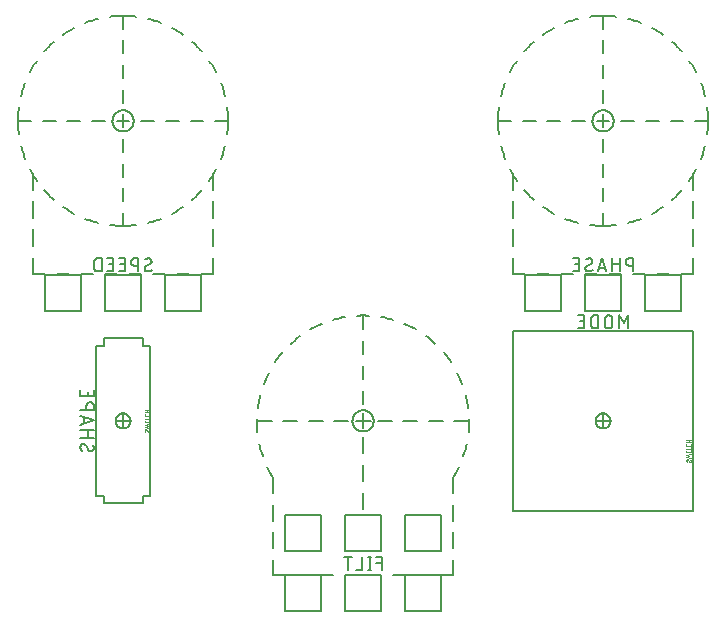
<source format=gbr>
G04 EAGLE Gerber RS-274X export*
G75*
%MOMM*%
%FSLAX34Y34*%
%LPD*%
%INSilkscreen Bottom*%
%IPPOS*%
%AMOC8*
5,1,8,0,0,1.08239X$1,22.5*%
G01*
%ADD10C,0.127000*%
%ADD11C,0.152400*%
%ADD12C,0.025400*%


D10*
X79920Y857250D02*
X79923Y857470D01*
X79931Y857691D01*
X79944Y857911D01*
X79963Y858130D01*
X79988Y858349D01*
X80017Y858568D01*
X80052Y858785D01*
X80093Y859002D01*
X80138Y859218D01*
X80189Y859432D01*
X80245Y859645D01*
X80307Y859857D01*
X80373Y860067D01*
X80445Y860275D01*
X80522Y860482D01*
X80604Y860686D01*
X80690Y860889D01*
X80782Y861089D01*
X80879Y861288D01*
X80980Y861483D01*
X81087Y861676D01*
X81198Y861867D01*
X81313Y862054D01*
X81433Y862239D01*
X81558Y862421D01*
X81687Y862599D01*
X81821Y862775D01*
X81958Y862947D01*
X82100Y863115D01*
X82246Y863281D01*
X82396Y863442D01*
X82550Y863600D01*
X82708Y863754D01*
X82869Y863904D01*
X83035Y864050D01*
X83203Y864192D01*
X83375Y864329D01*
X83551Y864463D01*
X83729Y864592D01*
X83911Y864717D01*
X84096Y864837D01*
X84283Y864952D01*
X84474Y865063D01*
X84667Y865170D01*
X84862Y865271D01*
X85061Y865368D01*
X85261Y865460D01*
X85464Y865546D01*
X85668Y865628D01*
X85875Y865705D01*
X86083Y865777D01*
X86293Y865843D01*
X86505Y865905D01*
X86718Y865961D01*
X86932Y866012D01*
X87148Y866057D01*
X87365Y866098D01*
X87582Y866133D01*
X87801Y866162D01*
X88020Y866187D01*
X88239Y866206D01*
X88459Y866219D01*
X88680Y866227D01*
X88900Y866230D01*
X89120Y866227D01*
X89341Y866219D01*
X89561Y866206D01*
X89780Y866187D01*
X89999Y866162D01*
X90218Y866133D01*
X90435Y866098D01*
X90652Y866057D01*
X90868Y866012D01*
X91082Y865961D01*
X91295Y865905D01*
X91507Y865843D01*
X91717Y865777D01*
X91925Y865705D01*
X92132Y865628D01*
X92336Y865546D01*
X92539Y865460D01*
X92739Y865368D01*
X92938Y865271D01*
X93133Y865170D01*
X93326Y865063D01*
X93517Y864952D01*
X93704Y864837D01*
X93889Y864717D01*
X94071Y864592D01*
X94249Y864463D01*
X94425Y864329D01*
X94597Y864192D01*
X94765Y864050D01*
X94931Y863904D01*
X95092Y863754D01*
X95250Y863600D01*
X95404Y863442D01*
X95554Y863281D01*
X95700Y863115D01*
X95842Y862947D01*
X95979Y862775D01*
X96113Y862599D01*
X96242Y862421D01*
X96367Y862239D01*
X96487Y862054D01*
X96602Y861867D01*
X96713Y861676D01*
X96820Y861483D01*
X96921Y861288D01*
X97018Y861089D01*
X97110Y860889D01*
X97196Y860686D01*
X97278Y860482D01*
X97355Y860275D01*
X97427Y860067D01*
X97493Y859857D01*
X97555Y859645D01*
X97611Y859432D01*
X97662Y859218D01*
X97707Y859002D01*
X97748Y858785D01*
X97783Y858568D01*
X97812Y858349D01*
X97837Y858130D01*
X97856Y857911D01*
X97869Y857691D01*
X97877Y857470D01*
X97880Y857250D01*
X97877Y857030D01*
X97869Y856809D01*
X97856Y856589D01*
X97837Y856370D01*
X97812Y856151D01*
X97783Y855932D01*
X97748Y855715D01*
X97707Y855498D01*
X97662Y855282D01*
X97611Y855068D01*
X97555Y854855D01*
X97493Y854643D01*
X97427Y854433D01*
X97355Y854225D01*
X97278Y854018D01*
X97196Y853814D01*
X97110Y853611D01*
X97018Y853411D01*
X96921Y853212D01*
X96820Y853017D01*
X96713Y852824D01*
X96602Y852633D01*
X96487Y852446D01*
X96367Y852261D01*
X96242Y852079D01*
X96113Y851901D01*
X95979Y851725D01*
X95842Y851553D01*
X95700Y851385D01*
X95554Y851219D01*
X95404Y851058D01*
X95250Y850900D01*
X95092Y850746D01*
X94931Y850596D01*
X94765Y850450D01*
X94597Y850308D01*
X94425Y850171D01*
X94249Y850037D01*
X94071Y849908D01*
X93889Y849783D01*
X93704Y849663D01*
X93517Y849548D01*
X93326Y849437D01*
X93133Y849330D01*
X92938Y849229D01*
X92739Y849132D01*
X92539Y849040D01*
X92336Y848954D01*
X92132Y848872D01*
X91925Y848795D01*
X91717Y848723D01*
X91507Y848657D01*
X91295Y848595D01*
X91082Y848539D01*
X90868Y848488D01*
X90652Y848443D01*
X90435Y848402D01*
X90218Y848367D01*
X89999Y848338D01*
X89780Y848313D01*
X89561Y848294D01*
X89341Y848281D01*
X89120Y848273D01*
X88900Y848270D01*
X88680Y848273D01*
X88459Y848281D01*
X88239Y848294D01*
X88020Y848313D01*
X87801Y848338D01*
X87582Y848367D01*
X87365Y848402D01*
X87148Y848443D01*
X86932Y848488D01*
X86718Y848539D01*
X86505Y848595D01*
X86293Y848657D01*
X86083Y848723D01*
X85875Y848795D01*
X85668Y848872D01*
X85464Y848954D01*
X85261Y849040D01*
X85061Y849132D01*
X84862Y849229D01*
X84667Y849330D01*
X84474Y849437D01*
X84283Y849548D01*
X84096Y849663D01*
X83911Y849783D01*
X83729Y849908D01*
X83551Y850037D01*
X83375Y850171D01*
X83203Y850308D01*
X83035Y850450D01*
X82869Y850596D01*
X82708Y850746D01*
X82550Y850900D01*
X82396Y851058D01*
X82246Y851219D01*
X82100Y851385D01*
X81958Y851553D01*
X81821Y851725D01*
X81687Y851901D01*
X81558Y852079D01*
X81433Y852261D01*
X81313Y852446D01*
X81198Y852633D01*
X81087Y852824D01*
X80980Y853017D01*
X80879Y853212D01*
X80782Y853411D01*
X80690Y853611D01*
X80604Y853814D01*
X80522Y854018D01*
X80445Y854225D01*
X80373Y854433D01*
X80307Y854643D01*
X80245Y854855D01*
X80189Y855068D01*
X80138Y855282D01*
X80093Y855498D01*
X80052Y855715D01*
X80017Y855932D01*
X79988Y856151D01*
X79963Y856370D01*
X79944Y856589D01*
X79931Y856809D01*
X79923Y857030D01*
X79920Y857250D01*
X0Y857250D02*
X20Y859146D01*
X81Y861041D01*
X182Y862935D01*
X323Y864826D01*
X505Y866713D01*
X727Y868597D01*
X2558Y878422D02*
X3029Y880259D01*
X3539Y882086D01*
X4088Y883901D01*
X4676Y885703D01*
X5302Y887493D01*
X5966Y889270D01*
X10084Y898376D02*
X10980Y900048D01*
X11910Y901700D01*
X12876Y903332D01*
X13876Y904943D01*
X14910Y906533D01*
X15978Y908100D01*
X22147Y915964D02*
X23414Y917374D01*
X24711Y918757D01*
X26038Y920112D01*
X27393Y921439D01*
X28776Y922736D01*
X30186Y924003D01*
X38050Y930172D02*
X39617Y931240D01*
X41207Y932274D01*
X42818Y933274D01*
X44450Y934240D01*
X46102Y935170D01*
X47774Y936066D01*
X56880Y940184D02*
X58657Y940848D01*
X60447Y941474D01*
X62249Y942062D01*
X64064Y942611D01*
X65891Y943121D01*
X67728Y943592D01*
X77553Y945423D02*
X79437Y945645D01*
X81324Y945827D01*
X83215Y945968D01*
X85109Y946069D01*
X87004Y946130D01*
X88900Y946150D01*
X90796Y946130D01*
X92691Y946069D01*
X94585Y945968D01*
X96476Y945827D01*
X98363Y945645D01*
X100247Y945423D01*
X110072Y943592D02*
X111909Y943121D01*
X113736Y942611D01*
X115551Y942062D01*
X117353Y941474D01*
X119143Y940848D01*
X120920Y940184D01*
X130026Y936066D02*
X131698Y935170D01*
X133350Y934240D01*
X134982Y933274D01*
X136593Y932274D01*
X138183Y931240D01*
X139750Y930172D01*
X147614Y924003D02*
X149024Y922736D01*
X150407Y921439D01*
X151762Y920112D01*
X153089Y918757D01*
X154386Y917374D01*
X155653Y915964D01*
X161822Y908100D02*
X162890Y906533D01*
X163924Y904943D01*
X164924Y903332D01*
X165890Y901700D01*
X166820Y900048D01*
X167716Y898376D01*
X171834Y889270D02*
X172498Y887493D01*
X173124Y885703D01*
X173712Y883901D01*
X174261Y882086D01*
X174771Y880259D01*
X175242Y878422D01*
X177073Y868597D02*
X177295Y866713D01*
X177477Y864826D01*
X177618Y862935D01*
X177719Y861041D01*
X177780Y859146D01*
X177800Y857250D01*
X177780Y855354D01*
X177719Y853458D01*
X177618Y851565D01*
X177477Y849674D01*
X177295Y847786D01*
X177073Y845903D01*
X175242Y836078D02*
X174771Y834241D01*
X174260Y832415D01*
X173711Y830600D01*
X173124Y828797D01*
X172498Y827007D01*
X171834Y825231D01*
X167715Y816124D02*
X166820Y814452D01*
X165890Y812800D01*
X164924Y811168D01*
X163924Y809557D01*
X162890Y807968D01*
X161822Y806401D01*
X155653Y798537D02*
X154386Y797126D01*
X153088Y795743D01*
X151762Y794388D01*
X150407Y793062D01*
X149024Y791764D01*
X147613Y790497D01*
X139749Y784328D02*
X138182Y783260D01*
X136593Y782226D01*
X134982Y781226D01*
X133350Y780260D01*
X131698Y779330D01*
X130026Y778435D01*
X120919Y774316D02*
X119143Y773652D01*
X117353Y773026D01*
X115550Y772439D01*
X113735Y771890D01*
X111909Y771379D01*
X110072Y770908D01*
X100247Y769077D02*
X98364Y768855D01*
X96476Y768673D01*
X94585Y768532D01*
X92692Y768431D01*
X90796Y768370D01*
X88900Y768350D01*
X87004Y768370D01*
X85108Y768431D01*
X83215Y768532D01*
X81324Y768673D01*
X79436Y768855D01*
X77553Y769077D01*
X67728Y770908D02*
X65891Y771379D01*
X64065Y771890D01*
X62250Y772439D01*
X60447Y773026D01*
X58657Y773652D01*
X56881Y774316D01*
X47774Y778435D02*
X46102Y779330D01*
X44450Y780260D01*
X42818Y781226D01*
X41207Y782226D01*
X39618Y783260D01*
X38051Y784328D01*
X30187Y790497D02*
X28776Y791764D01*
X27393Y793062D01*
X26038Y794388D01*
X24712Y795743D01*
X23414Y797126D01*
X22147Y798537D01*
X15978Y806401D02*
X14910Y807968D01*
X13876Y809557D01*
X12876Y811168D01*
X11910Y812800D01*
X10980Y814452D01*
X10085Y816124D01*
X5966Y825231D02*
X5302Y827007D01*
X4676Y828797D01*
X4089Y830600D01*
X3540Y832415D01*
X3029Y834241D01*
X2558Y836078D01*
X727Y845903D02*
X505Y847786D01*
X323Y849674D01*
X182Y851565D01*
X81Y853458D01*
X20Y855354D01*
X0Y857250D01*
X12700Y812800D02*
X12700Y799028D01*
X12700Y789028D02*
X12700Y775255D01*
X12700Y765255D02*
X12700Y751483D01*
X12700Y741483D02*
X12700Y727710D01*
X165100Y727710D02*
X165100Y741483D01*
X165100Y751483D02*
X165100Y765255D01*
X165100Y775255D02*
X165100Y789028D01*
X165100Y799028D02*
X165100Y812800D01*
X88900Y779217D02*
X88900Y768350D01*
X88900Y789217D02*
X88900Y800083D01*
X88900Y810083D02*
X88900Y820950D01*
X88900Y830950D02*
X88900Y841817D01*
X88900Y851817D02*
X88900Y862683D01*
X88900Y872683D02*
X88900Y883550D01*
X88900Y893550D02*
X88900Y904417D01*
X88900Y914417D02*
X88900Y925283D01*
X88900Y935283D02*
X88900Y946150D01*
X10867Y857250D02*
X0Y857250D01*
X20867Y857250D02*
X31733Y857250D01*
X41733Y857250D02*
X52600Y857250D01*
X62600Y857250D02*
X73467Y857250D01*
X83467Y857250D02*
X94333Y857250D01*
X104333Y857250D02*
X115200Y857250D01*
X125200Y857250D02*
X136067Y857250D01*
X146067Y857250D02*
X156933Y857250D01*
X166933Y857250D02*
X177800Y857250D01*
X23000Y727710D02*
X12700Y727710D01*
X33000Y727710D02*
X43300Y727710D01*
X53300Y727710D02*
X63600Y727710D01*
X73600Y727710D02*
X83900Y727710D01*
X93900Y727710D02*
X104200Y727710D01*
X114200Y727710D02*
X124500Y727710D01*
X134500Y727710D02*
X144800Y727710D01*
X154800Y727710D02*
X165100Y727710D01*
X53340Y726440D02*
X22860Y726440D01*
X73660Y726440D02*
X104140Y726440D01*
X124460Y726440D02*
X154940Y726440D01*
X22860Y726440D02*
X22860Y695960D01*
X53340Y695960D01*
X53340Y726440D01*
X73660Y726440D02*
X73660Y695960D01*
X104140Y695960D01*
X104140Y726440D01*
X124460Y726440D02*
X124460Y695960D01*
X154940Y695960D01*
X154940Y726440D01*
D11*
X109615Y729742D02*
X109517Y729744D01*
X109420Y729750D01*
X109323Y729759D01*
X109226Y729773D01*
X109130Y729790D01*
X109035Y729811D01*
X108941Y729835D01*
X108847Y729864D01*
X108755Y729896D01*
X108664Y729931D01*
X108575Y729970D01*
X108487Y730013D01*
X108401Y730059D01*
X108317Y730108D01*
X108235Y730161D01*
X108155Y730216D01*
X108077Y730275D01*
X108002Y730337D01*
X107929Y730402D01*
X107859Y730470D01*
X107791Y730540D01*
X107726Y730613D01*
X107664Y730688D01*
X107605Y730766D01*
X107550Y730846D01*
X107497Y730928D01*
X107448Y731012D01*
X107402Y731098D01*
X107359Y731186D01*
X107320Y731275D01*
X107285Y731366D01*
X107253Y731458D01*
X107224Y731552D01*
X107200Y731646D01*
X107179Y731741D01*
X107162Y731837D01*
X107148Y731934D01*
X107139Y732031D01*
X107133Y732128D01*
X107131Y732226D01*
X109615Y729742D02*
X109758Y729744D01*
X109901Y729750D01*
X110043Y729759D01*
X110185Y729773D01*
X110327Y729791D01*
X110468Y729812D01*
X110609Y729837D01*
X110749Y729866D01*
X110888Y729899D01*
X111026Y729935D01*
X111163Y729976D01*
X111299Y730020D01*
X111433Y730067D01*
X111567Y730119D01*
X111698Y730173D01*
X111829Y730232D01*
X111957Y730294D01*
X112084Y730359D01*
X112209Y730428D01*
X112333Y730501D01*
X112454Y730576D01*
X112573Y730655D01*
X112690Y730737D01*
X112804Y730823D01*
X112916Y730911D01*
X113026Y731002D01*
X113133Y731097D01*
X113238Y731194D01*
X113340Y731294D01*
X113030Y738434D02*
X113028Y738532D01*
X113022Y738629D01*
X113013Y738726D01*
X112999Y738823D01*
X112982Y738919D01*
X112961Y739014D01*
X112937Y739108D01*
X112908Y739202D01*
X112876Y739294D01*
X112841Y739385D01*
X112802Y739474D01*
X112759Y739562D01*
X112713Y739648D01*
X112664Y739732D01*
X112611Y739814D01*
X112556Y739894D01*
X112497Y739972D01*
X112435Y740047D01*
X112370Y740120D01*
X112302Y740190D01*
X112232Y740258D01*
X112159Y740323D01*
X112084Y740385D01*
X112006Y740444D01*
X111926Y740499D01*
X111844Y740552D01*
X111760Y740601D01*
X111674Y740647D01*
X111586Y740690D01*
X111497Y740729D01*
X111406Y740764D01*
X111314Y740796D01*
X111220Y740825D01*
X111126Y740849D01*
X111031Y740870D01*
X110935Y740887D01*
X110838Y740901D01*
X110741Y740910D01*
X110644Y740916D01*
X110546Y740918D01*
X110416Y740916D01*
X110286Y740911D01*
X110156Y740902D01*
X110026Y740889D01*
X109897Y740873D01*
X109768Y740853D01*
X109640Y740829D01*
X109512Y740802D01*
X109386Y740771D01*
X109260Y740737D01*
X109135Y740699D01*
X109012Y740658D01*
X108889Y740613D01*
X108768Y740565D01*
X108648Y740514D01*
X108530Y740459D01*
X108414Y740401D01*
X108299Y740340D01*
X108185Y740275D01*
X108074Y740208D01*
X107965Y740137D01*
X107857Y740063D01*
X107752Y739987D01*
X111788Y736261D02*
X111871Y736312D01*
X111952Y736366D01*
X112030Y736423D01*
X112106Y736483D01*
X112180Y736546D01*
X112251Y736612D01*
X112320Y736680D01*
X112386Y736751D01*
X112450Y736824D01*
X112510Y736900D01*
X112567Y736978D01*
X112622Y737059D01*
X112673Y737141D01*
X112721Y737225D01*
X112766Y737311D01*
X112808Y737399D01*
X112846Y737488D01*
X112880Y737578D01*
X112912Y737670D01*
X112939Y737763D01*
X112963Y737857D01*
X112984Y737952D01*
X113000Y738048D01*
X113013Y738144D01*
X113023Y738240D01*
X113028Y738337D01*
X113030Y738434D01*
X108374Y734399D02*
X108291Y734348D01*
X108210Y734294D01*
X108132Y734237D01*
X108056Y734177D01*
X107982Y734114D01*
X107911Y734048D01*
X107842Y733980D01*
X107776Y733909D01*
X107712Y733836D01*
X107652Y733760D01*
X107595Y733682D01*
X107540Y733601D01*
X107489Y733519D01*
X107441Y733435D01*
X107396Y733349D01*
X107354Y733261D01*
X107316Y733172D01*
X107282Y733082D01*
X107250Y732990D01*
X107223Y732897D01*
X107199Y732803D01*
X107178Y732708D01*
X107162Y732612D01*
X107149Y732516D01*
X107139Y732420D01*
X107134Y732323D01*
X107132Y732226D01*
X108373Y734399D02*
X111788Y736261D01*
X101699Y740918D02*
X101699Y729742D01*
X101699Y740918D02*
X98594Y740918D01*
X98483Y740916D01*
X98373Y740910D01*
X98262Y740900D01*
X98152Y740886D01*
X98043Y740869D01*
X97934Y740847D01*
X97826Y740822D01*
X97720Y740792D01*
X97614Y740759D01*
X97509Y740722D01*
X97406Y740682D01*
X97305Y740637D01*
X97205Y740590D01*
X97106Y740538D01*
X97010Y740483D01*
X96916Y740425D01*
X96824Y740364D01*
X96734Y740299D01*
X96646Y740231D01*
X96561Y740160D01*
X96479Y740086D01*
X96399Y740009D01*
X96322Y739929D01*
X96248Y739847D01*
X96177Y739762D01*
X96109Y739674D01*
X96044Y739584D01*
X95983Y739492D01*
X95925Y739398D01*
X95870Y739302D01*
X95818Y739203D01*
X95771Y739103D01*
X95726Y739002D01*
X95686Y738899D01*
X95649Y738794D01*
X95616Y738688D01*
X95586Y738582D01*
X95561Y738474D01*
X95539Y738365D01*
X95522Y738256D01*
X95508Y738146D01*
X95498Y738035D01*
X95492Y737925D01*
X95490Y737814D01*
X95492Y737703D01*
X95498Y737593D01*
X95508Y737482D01*
X95522Y737372D01*
X95539Y737263D01*
X95561Y737154D01*
X95586Y737046D01*
X95616Y736940D01*
X95649Y736834D01*
X95686Y736729D01*
X95726Y736626D01*
X95771Y736525D01*
X95818Y736425D01*
X95870Y736326D01*
X95925Y736230D01*
X95983Y736136D01*
X96044Y736044D01*
X96109Y735954D01*
X96177Y735866D01*
X96248Y735781D01*
X96322Y735699D01*
X96399Y735619D01*
X96479Y735542D01*
X96561Y735468D01*
X96646Y735397D01*
X96734Y735329D01*
X96824Y735264D01*
X96916Y735203D01*
X97010Y735145D01*
X97106Y735090D01*
X97205Y735038D01*
X97305Y734991D01*
X97406Y734946D01*
X97509Y734906D01*
X97614Y734869D01*
X97720Y734836D01*
X97826Y734806D01*
X97934Y734781D01*
X98043Y734759D01*
X98152Y734742D01*
X98262Y734728D01*
X98373Y734718D01*
X98483Y734712D01*
X98594Y734710D01*
X98594Y734709D02*
X101699Y734709D01*
X90452Y729742D02*
X85485Y729742D01*
X90452Y729742D02*
X90452Y740918D01*
X85485Y740918D01*
X86727Y735951D02*
X90452Y735951D01*
X80546Y729742D02*
X75579Y729742D01*
X80546Y729742D02*
X80546Y740918D01*
X75579Y740918D01*
X76821Y735951D02*
X80546Y735951D01*
X70668Y740918D02*
X70668Y729742D01*
X70668Y740918D02*
X67564Y740918D01*
X67453Y740916D01*
X67343Y740910D01*
X67232Y740900D01*
X67122Y740886D01*
X67013Y740869D01*
X66904Y740847D01*
X66796Y740822D01*
X66690Y740792D01*
X66584Y740759D01*
X66479Y740722D01*
X66376Y740682D01*
X66275Y740637D01*
X66175Y740590D01*
X66076Y740538D01*
X65980Y740483D01*
X65886Y740425D01*
X65794Y740364D01*
X65704Y740299D01*
X65616Y740231D01*
X65531Y740160D01*
X65449Y740086D01*
X65369Y740009D01*
X65292Y739929D01*
X65218Y739847D01*
X65147Y739762D01*
X65079Y739674D01*
X65014Y739584D01*
X64953Y739492D01*
X64895Y739398D01*
X64840Y739302D01*
X64788Y739203D01*
X64741Y739103D01*
X64696Y739002D01*
X64656Y738899D01*
X64619Y738794D01*
X64586Y738688D01*
X64556Y738582D01*
X64531Y738474D01*
X64509Y738365D01*
X64492Y738256D01*
X64478Y738146D01*
X64468Y738035D01*
X64462Y737925D01*
X64460Y737814D01*
X64460Y732846D01*
X64462Y732735D01*
X64468Y732625D01*
X64478Y732514D01*
X64492Y732404D01*
X64509Y732295D01*
X64531Y732186D01*
X64556Y732078D01*
X64586Y731972D01*
X64619Y731866D01*
X64656Y731761D01*
X64696Y731658D01*
X64741Y731557D01*
X64788Y731457D01*
X64840Y731358D01*
X64895Y731262D01*
X64953Y731168D01*
X65014Y731076D01*
X65079Y730986D01*
X65147Y730898D01*
X65218Y730813D01*
X65292Y730731D01*
X65369Y730651D01*
X65449Y730574D01*
X65531Y730500D01*
X65616Y730429D01*
X65704Y730361D01*
X65794Y730296D01*
X65886Y730235D01*
X65980Y730177D01*
X66076Y730122D01*
X66175Y730070D01*
X66275Y730023D01*
X66376Y729978D01*
X66479Y729938D01*
X66584Y729901D01*
X66690Y729868D01*
X66796Y729838D01*
X66904Y729813D01*
X67013Y729791D01*
X67122Y729774D01*
X67232Y729760D01*
X67343Y729750D01*
X67453Y729744D01*
X67564Y729742D01*
X70668Y729742D01*
D10*
X88900Y609600D02*
X88900Y596900D01*
X82550Y603250D02*
X95250Y603250D01*
D11*
X72390Y666750D02*
X66040Y666750D01*
X66040Y539750D01*
X72390Y539750D01*
X72390Y533400D01*
X105410Y533400D01*
X105410Y539750D01*
X111760Y539750D01*
X111760Y666750D01*
X105410Y666750D01*
X105410Y673100D01*
X72390Y673100D01*
X72390Y666750D01*
D10*
X82550Y603250D02*
X82552Y603409D01*
X82558Y603568D01*
X82568Y603726D01*
X82582Y603885D01*
X82600Y604043D01*
X82621Y604200D01*
X82647Y604357D01*
X82677Y604513D01*
X82710Y604669D01*
X82748Y604823D01*
X82789Y604977D01*
X82834Y605129D01*
X82883Y605280D01*
X82936Y605430D01*
X82992Y605579D01*
X83053Y605726D01*
X83116Y605871D01*
X83184Y606015D01*
X83255Y606158D01*
X83329Y606298D01*
X83407Y606436D01*
X83489Y606573D01*
X83574Y606707D01*
X83662Y606840D01*
X83753Y606970D01*
X83848Y607097D01*
X83946Y607222D01*
X84047Y607345D01*
X84151Y607465D01*
X84258Y607583D01*
X84368Y607698D01*
X84481Y607810D01*
X84596Y607919D01*
X84714Y608025D01*
X84835Y608129D01*
X84959Y608229D01*
X85084Y608326D01*
X85213Y608420D01*
X85343Y608510D01*
X85476Y608598D01*
X85611Y608682D01*
X85748Y608762D01*
X85887Y608840D01*
X86028Y608913D01*
X86170Y608983D01*
X86315Y609050D01*
X86461Y609113D01*
X86608Y609172D01*
X86757Y609228D01*
X86908Y609279D01*
X87059Y609327D01*
X87212Y609371D01*
X87366Y609412D01*
X87520Y609448D01*
X87676Y609481D01*
X87832Y609510D01*
X87989Y609534D01*
X88147Y609555D01*
X88305Y609572D01*
X88463Y609585D01*
X88622Y609594D01*
X88781Y609599D01*
X88940Y609600D01*
X89099Y609597D01*
X89257Y609590D01*
X89416Y609579D01*
X89574Y609564D01*
X89732Y609545D01*
X89889Y609522D01*
X90046Y609496D01*
X90202Y609465D01*
X90357Y609431D01*
X90511Y609392D01*
X90665Y609350D01*
X90817Y609304D01*
X90968Y609254D01*
X91117Y609200D01*
X91266Y609143D01*
X91412Y609082D01*
X91558Y609017D01*
X91701Y608949D01*
X91843Y608877D01*
X91983Y608801D01*
X92121Y608723D01*
X92257Y608640D01*
X92391Y608555D01*
X92522Y608466D01*
X92652Y608373D01*
X92779Y608278D01*
X92903Y608179D01*
X93026Y608077D01*
X93145Y607973D01*
X93262Y607865D01*
X93376Y607754D01*
X93487Y607641D01*
X93596Y607525D01*
X93701Y607406D01*
X93804Y607284D01*
X93903Y607160D01*
X94000Y607034D01*
X94093Y606905D01*
X94183Y606774D01*
X94269Y606640D01*
X94352Y606505D01*
X94432Y606367D01*
X94508Y606228D01*
X94581Y606087D01*
X94650Y605944D01*
X94716Y605799D01*
X94778Y605652D01*
X94836Y605505D01*
X94891Y605355D01*
X94942Y605205D01*
X94989Y605053D01*
X95032Y604900D01*
X95071Y604746D01*
X95107Y604591D01*
X95138Y604435D01*
X95166Y604279D01*
X95190Y604122D01*
X95210Y603964D01*
X95226Y603806D01*
X95238Y603647D01*
X95246Y603488D01*
X95250Y603329D01*
X95250Y603171D01*
X95246Y603012D01*
X95238Y602853D01*
X95226Y602694D01*
X95210Y602536D01*
X95190Y602378D01*
X95166Y602221D01*
X95138Y602065D01*
X95107Y601909D01*
X95071Y601754D01*
X95032Y601600D01*
X94989Y601447D01*
X94942Y601295D01*
X94891Y601145D01*
X94836Y600995D01*
X94778Y600848D01*
X94716Y600701D01*
X94650Y600556D01*
X94581Y600413D01*
X94508Y600272D01*
X94432Y600133D01*
X94352Y599995D01*
X94269Y599860D01*
X94183Y599726D01*
X94093Y599595D01*
X94000Y599466D01*
X93903Y599340D01*
X93804Y599216D01*
X93701Y599094D01*
X93596Y598975D01*
X93487Y598859D01*
X93376Y598746D01*
X93262Y598635D01*
X93145Y598527D01*
X93026Y598423D01*
X92903Y598321D01*
X92779Y598222D01*
X92652Y598127D01*
X92522Y598034D01*
X92391Y597945D01*
X92257Y597860D01*
X92121Y597777D01*
X91983Y597699D01*
X91843Y597623D01*
X91701Y597551D01*
X91558Y597483D01*
X91412Y597418D01*
X91266Y597357D01*
X91117Y597300D01*
X90968Y597246D01*
X90817Y597196D01*
X90665Y597150D01*
X90511Y597108D01*
X90357Y597069D01*
X90202Y597035D01*
X90046Y597004D01*
X89889Y596978D01*
X89732Y596955D01*
X89574Y596936D01*
X89416Y596921D01*
X89257Y596910D01*
X89099Y596903D01*
X88940Y596900D01*
X88781Y596901D01*
X88622Y596906D01*
X88463Y596915D01*
X88305Y596928D01*
X88147Y596945D01*
X87989Y596966D01*
X87832Y596990D01*
X87676Y597019D01*
X87520Y597052D01*
X87366Y597088D01*
X87212Y597129D01*
X87059Y597173D01*
X86908Y597221D01*
X86757Y597272D01*
X86608Y597328D01*
X86461Y597387D01*
X86315Y597450D01*
X86170Y597517D01*
X86028Y597587D01*
X85887Y597660D01*
X85748Y597738D01*
X85611Y597818D01*
X85476Y597902D01*
X85343Y597990D01*
X85213Y598080D01*
X85084Y598174D01*
X84959Y598271D01*
X84835Y598371D01*
X84714Y598475D01*
X84596Y598581D01*
X84481Y598690D01*
X84368Y598802D01*
X84258Y598917D01*
X84151Y599035D01*
X84047Y599155D01*
X83946Y599278D01*
X83848Y599403D01*
X83753Y599530D01*
X83662Y599660D01*
X83574Y599793D01*
X83489Y599927D01*
X83407Y600064D01*
X83329Y600202D01*
X83255Y600342D01*
X83184Y600485D01*
X83116Y600629D01*
X83053Y600774D01*
X82992Y600921D01*
X82936Y601070D01*
X82883Y601220D01*
X82834Y601371D01*
X82789Y601523D01*
X82748Y601677D01*
X82710Y601831D01*
X82677Y601987D01*
X82647Y602143D01*
X82621Y602300D01*
X82600Y602457D01*
X82582Y602615D01*
X82568Y602774D01*
X82558Y602932D01*
X82552Y603091D01*
X82550Y603250D01*
D12*
X107315Y595110D02*
X107317Y595168D01*
X107323Y595225D01*
X107333Y595282D01*
X107346Y595339D01*
X107364Y595394D01*
X107385Y595447D01*
X107410Y595500D01*
X107438Y595550D01*
X107470Y595598D01*
X107505Y595645D01*
X107543Y595688D01*
X107584Y595729D01*
X107627Y595767D01*
X107674Y595802D01*
X107722Y595834D01*
X107772Y595862D01*
X107825Y595887D01*
X107878Y595908D01*
X107933Y595926D01*
X107990Y595939D01*
X108047Y595949D01*
X108104Y595955D01*
X108162Y595957D01*
X107315Y595110D02*
X107317Y595027D01*
X107323Y594944D01*
X107332Y594862D01*
X107346Y594780D01*
X107363Y594699D01*
X107384Y594618D01*
X107409Y594539D01*
X107437Y594461D01*
X107469Y594384D01*
X107504Y594309D01*
X107543Y594236D01*
X107586Y594164D01*
X107631Y594095D01*
X107680Y594028D01*
X107732Y593963D01*
X107786Y593900D01*
X107844Y593840D01*
X110278Y593946D02*
X110333Y593948D01*
X110389Y593953D01*
X110443Y593962D01*
X110497Y593975D01*
X110550Y593991D01*
X110602Y594010D01*
X110653Y594033D01*
X110702Y594059D01*
X110749Y594089D01*
X110794Y594121D01*
X110836Y594156D01*
X110877Y594194D01*
X110915Y594235D01*
X110950Y594277D01*
X110982Y594322D01*
X111012Y594370D01*
X111038Y594418D01*
X111061Y594469D01*
X111080Y594521D01*
X111096Y594574D01*
X111109Y594628D01*
X111118Y594682D01*
X111123Y594738D01*
X111125Y594793D01*
X111126Y594793D02*
X111124Y594872D01*
X111118Y594950D01*
X111109Y595028D01*
X111095Y595105D01*
X111078Y595182D01*
X111056Y595258D01*
X111032Y595332D01*
X111003Y595406D01*
X110971Y595477D01*
X110935Y595547D01*
X110896Y595616D01*
X110854Y595682D01*
X110808Y595746D01*
X109537Y594369D02*
X109567Y594322D01*
X109600Y594277D01*
X109636Y594234D01*
X109674Y594194D01*
X109715Y594156D01*
X109758Y594121D01*
X109804Y594089D01*
X109851Y594059D01*
X109901Y594033D01*
X109952Y594010D01*
X110004Y593991D01*
X110057Y593975D01*
X110112Y593962D01*
X110167Y593953D01*
X110222Y593948D01*
X110278Y593946D01*
X108903Y595534D02*
X108873Y595581D01*
X108840Y595626D01*
X108804Y595669D01*
X108766Y595709D01*
X108725Y595747D01*
X108682Y595782D01*
X108636Y595814D01*
X108589Y595844D01*
X108539Y595870D01*
X108488Y595893D01*
X108436Y595912D01*
X108383Y595928D01*
X108328Y595941D01*
X108273Y595950D01*
X108218Y595955D01*
X108162Y595957D01*
X108903Y595534D02*
X109538Y594369D01*
X111125Y597229D02*
X107315Y598075D01*
X109855Y598922D01*
X107315Y599769D01*
X111125Y600615D01*
X111125Y602336D02*
X107315Y602336D01*
X107315Y602759D02*
X107315Y601912D01*
X111125Y601912D02*
X111125Y602759D01*
X111125Y605018D02*
X107315Y605018D01*
X111125Y603960D02*
X111125Y606076D01*
X107315Y608210D02*
X107315Y609057D01*
X107315Y608210D02*
X107317Y608155D01*
X107322Y608099D01*
X107331Y608045D01*
X107344Y607991D01*
X107360Y607938D01*
X107379Y607886D01*
X107402Y607835D01*
X107428Y607787D01*
X107458Y607739D01*
X107490Y607694D01*
X107525Y607652D01*
X107563Y607611D01*
X107604Y607573D01*
X107646Y607538D01*
X107691Y607506D01*
X107739Y607476D01*
X107787Y607450D01*
X107838Y607427D01*
X107890Y607408D01*
X107943Y607392D01*
X107997Y607379D01*
X108051Y607370D01*
X108107Y607365D01*
X108162Y607363D01*
X108162Y607364D02*
X110278Y607364D01*
X110278Y607363D02*
X110336Y607365D01*
X110393Y607371D01*
X110450Y607381D01*
X110507Y607394D01*
X110562Y607412D01*
X110615Y607433D01*
X110668Y607458D01*
X110718Y607486D01*
X110766Y607518D01*
X110813Y607553D01*
X110856Y607591D01*
X110897Y607632D01*
X110935Y607675D01*
X110970Y607722D01*
X111002Y607770D01*
X111030Y607820D01*
X111055Y607873D01*
X111076Y607926D01*
X111094Y607981D01*
X111107Y608038D01*
X111117Y608095D01*
X111123Y608152D01*
X111125Y608210D01*
X111125Y609057D01*
X111125Y610543D02*
X107315Y610543D01*
X109432Y610543D02*
X109432Y612660D01*
X111125Y612660D02*
X107315Y612660D01*
D10*
X55245Y583806D02*
X55145Y583804D01*
X55046Y583798D01*
X54946Y583788D01*
X54848Y583775D01*
X54749Y583757D01*
X54652Y583736D01*
X54556Y583711D01*
X54460Y583682D01*
X54366Y583649D01*
X54273Y583613D01*
X54182Y583573D01*
X54092Y583529D01*
X54004Y583482D01*
X53918Y583432D01*
X53834Y583378D01*
X53752Y583321D01*
X53673Y583261D01*
X53595Y583197D01*
X53521Y583131D01*
X53449Y583062D01*
X53380Y582990D01*
X53314Y582916D01*
X53250Y582838D01*
X53190Y582759D01*
X53133Y582677D01*
X53079Y582593D01*
X53029Y582507D01*
X52982Y582419D01*
X52938Y582329D01*
X52898Y582238D01*
X52862Y582145D01*
X52829Y582051D01*
X52800Y581955D01*
X52775Y581859D01*
X52754Y581762D01*
X52736Y581663D01*
X52723Y581565D01*
X52713Y581465D01*
X52707Y581366D01*
X52705Y581266D01*
X52707Y581125D01*
X52712Y580984D01*
X52722Y580843D01*
X52735Y580702D01*
X52751Y580562D01*
X52772Y580422D01*
X52796Y580283D01*
X52824Y580144D01*
X52855Y580007D01*
X52890Y579870D01*
X52928Y579734D01*
X52970Y579599D01*
X53016Y579466D01*
X53065Y579333D01*
X53118Y579202D01*
X53174Y579073D01*
X53233Y578944D01*
X53296Y578818D01*
X53362Y578693D01*
X53431Y578570D01*
X53504Y578449D01*
X53580Y578330D01*
X53659Y578212D01*
X53740Y578097D01*
X53825Y577985D01*
X53913Y577874D01*
X54004Y577766D01*
X54097Y577660D01*
X54194Y577557D01*
X54293Y577456D01*
X61595Y577774D02*
X61695Y577776D01*
X61794Y577782D01*
X61894Y577792D01*
X61992Y577805D01*
X62091Y577823D01*
X62188Y577844D01*
X62284Y577869D01*
X62380Y577898D01*
X62474Y577931D01*
X62567Y577967D01*
X62658Y578007D01*
X62748Y578051D01*
X62836Y578098D01*
X62922Y578148D01*
X63006Y578202D01*
X63088Y578259D01*
X63167Y578319D01*
X63245Y578383D01*
X63319Y578449D01*
X63391Y578518D01*
X63460Y578590D01*
X63526Y578664D01*
X63590Y578742D01*
X63650Y578821D01*
X63707Y578903D01*
X63761Y578987D01*
X63811Y579073D01*
X63858Y579161D01*
X63902Y579251D01*
X63942Y579342D01*
X63978Y579435D01*
X64011Y579529D01*
X64040Y579625D01*
X64065Y579721D01*
X64086Y579818D01*
X64104Y579917D01*
X64117Y580015D01*
X64127Y580115D01*
X64133Y580214D01*
X64135Y580314D01*
X64136Y580314D02*
X64134Y580447D01*
X64129Y580580D01*
X64119Y580713D01*
X64106Y580846D01*
X64089Y580978D01*
X64069Y581110D01*
X64045Y581241D01*
X64017Y581371D01*
X63986Y581501D01*
X63951Y581629D01*
X63912Y581757D01*
X63870Y581883D01*
X63824Y582008D01*
X63775Y582132D01*
X63723Y582255D01*
X63667Y582376D01*
X63607Y582495D01*
X63545Y582613D01*
X63479Y582728D01*
X63410Y582842D01*
X63337Y582954D01*
X63262Y583064D01*
X63183Y583172D01*
X59372Y579044D02*
X59424Y578960D01*
X59479Y578877D01*
X59538Y578797D01*
X59599Y578719D01*
X59663Y578644D01*
X59731Y578571D01*
X59801Y578500D01*
X59873Y578433D01*
X59948Y578368D01*
X60026Y578306D01*
X60106Y578247D01*
X60188Y578191D01*
X60272Y578139D01*
X60358Y578090D01*
X60446Y578044D01*
X60536Y578001D01*
X60627Y577962D01*
X60720Y577927D01*
X60814Y577895D01*
X60909Y577867D01*
X61005Y577842D01*
X61102Y577822D01*
X61200Y577804D01*
X61298Y577791D01*
X61397Y577782D01*
X61496Y577776D01*
X61595Y577774D01*
X57468Y582537D02*
X57416Y582621D01*
X57361Y582704D01*
X57302Y582784D01*
X57241Y582862D01*
X57177Y582937D01*
X57109Y583010D01*
X57039Y583081D01*
X56967Y583148D01*
X56892Y583213D01*
X56814Y583275D01*
X56734Y583334D01*
X56652Y583390D01*
X56568Y583442D01*
X56482Y583491D01*
X56394Y583537D01*
X56304Y583580D01*
X56213Y583619D01*
X56120Y583654D01*
X56026Y583686D01*
X55931Y583714D01*
X55835Y583739D01*
X55738Y583759D01*
X55640Y583777D01*
X55542Y583790D01*
X55443Y583799D01*
X55344Y583805D01*
X55245Y583807D01*
X57468Y582536D02*
X59373Y579044D01*
X64135Y588886D02*
X52705Y588886D01*
X59055Y588886D02*
X59055Y595236D01*
X64135Y595236D02*
X52705Y595236D01*
X52705Y600062D02*
X64135Y603872D01*
X52705Y607682D01*
X55563Y606730D02*
X55563Y601015D01*
X52705Y612699D02*
X64135Y612699D01*
X64135Y615874D01*
X64133Y615985D01*
X64127Y616095D01*
X64118Y616206D01*
X64104Y616316D01*
X64087Y616425D01*
X64066Y616534D01*
X64041Y616642D01*
X64012Y616749D01*
X63980Y616855D01*
X63944Y616960D01*
X63904Y617063D01*
X63861Y617165D01*
X63814Y617266D01*
X63763Y617365D01*
X63710Y617462D01*
X63653Y617556D01*
X63592Y617649D01*
X63529Y617740D01*
X63462Y617829D01*
X63392Y617915D01*
X63319Y617998D01*
X63244Y618080D01*
X63166Y618158D01*
X63084Y618233D01*
X63001Y618306D01*
X62915Y618376D01*
X62826Y618443D01*
X62735Y618506D01*
X62642Y618567D01*
X62548Y618624D01*
X62451Y618677D01*
X62352Y618728D01*
X62251Y618775D01*
X62149Y618818D01*
X62046Y618858D01*
X61941Y618894D01*
X61835Y618926D01*
X61728Y618955D01*
X61620Y618980D01*
X61511Y619001D01*
X61402Y619018D01*
X61292Y619032D01*
X61181Y619041D01*
X61071Y619047D01*
X60960Y619049D01*
X60849Y619047D01*
X60739Y619041D01*
X60628Y619032D01*
X60518Y619018D01*
X60409Y619001D01*
X60300Y618980D01*
X60192Y618955D01*
X60085Y618926D01*
X59979Y618894D01*
X59874Y618858D01*
X59771Y618818D01*
X59669Y618775D01*
X59568Y618728D01*
X59469Y618677D01*
X59372Y618624D01*
X59278Y618567D01*
X59185Y618506D01*
X59094Y618443D01*
X59005Y618376D01*
X58919Y618306D01*
X58836Y618233D01*
X58754Y618158D01*
X58676Y618080D01*
X58601Y617998D01*
X58528Y617915D01*
X58458Y617829D01*
X58391Y617740D01*
X58328Y617649D01*
X58267Y617556D01*
X58210Y617462D01*
X58157Y617365D01*
X58106Y617266D01*
X58059Y617165D01*
X58016Y617063D01*
X57976Y616960D01*
X57940Y616855D01*
X57908Y616749D01*
X57879Y616642D01*
X57854Y616534D01*
X57833Y616425D01*
X57816Y616316D01*
X57802Y616206D01*
X57793Y616095D01*
X57787Y615985D01*
X57785Y615874D01*
X57785Y612699D01*
X52705Y623964D02*
X52705Y629044D01*
X52705Y623964D02*
X64135Y623964D01*
X64135Y629044D01*
X59055Y627774D02*
X59055Y623964D01*
X283120Y603250D02*
X283123Y603470D01*
X283131Y603691D01*
X283144Y603911D01*
X283163Y604130D01*
X283188Y604349D01*
X283217Y604568D01*
X283252Y604785D01*
X283293Y605002D01*
X283338Y605218D01*
X283389Y605432D01*
X283445Y605645D01*
X283507Y605857D01*
X283573Y606067D01*
X283645Y606275D01*
X283722Y606482D01*
X283804Y606686D01*
X283890Y606889D01*
X283982Y607089D01*
X284079Y607288D01*
X284180Y607483D01*
X284287Y607676D01*
X284398Y607867D01*
X284513Y608054D01*
X284633Y608239D01*
X284758Y608421D01*
X284887Y608599D01*
X285021Y608775D01*
X285158Y608947D01*
X285300Y609115D01*
X285446Y609281D01*
X285596Y609442D01*
X285750Y609600D01*
X285908Y609754D01*
X286069Y609904D01*
X286235Y610050D01*
X286403Y610192D01*
X286575Y610329D01*
X286751Y610463D01*
X286929Y610592D01*
X287111Y610717D01*
X287296Y610837D01*
X287483Y610952D01*
X287674Y611063D01*
X287867Y611170D01*
X288062Y611271D01*
X288261Y611368D01*
X288461Y611460D01*
X288664Y611546D01*
X288868Y611628D01*
X289075Y611705D01*
X289283Y611777D01*
X289493Y611843D01*
X289705Y611905D01*
X289918Y611961D01*
X290132Y612012D01*
X290348Y612057D01*
X290565Y612098D01*
X290782Y612133D01*
X291001Y612162D01*
X291220Y612187D01*
X291439Y612206D01*
X291659Y612219D01*
X291880Y612227D01*
X292100Y612230D01*
X292320Y612227D01*
X292541Y612219D01*
X292761Y612206D01*
X292980Y612187D01*
X293199Y612162D01*
X293418Y612133D01*
X293635Y612098D01*
X293852Y612057D01*
X294068Y612012D01*
X294282Y611961D01*
X294495Y611905D01*
X294707Y611843D01*
X294917Y611777D01*
X295125Y611705D01*
X295332Y611628D01*
X295536Y611546D01*
X295739Y611460D01*
X295939Y611368D01*
X296138Y611271D01*
X296333Y611170D01*
X296526Y611063D01*
X296717Y610952D01*
X296904Y610837D01*
X297089Y610717D01*
X297271Y610592D01*
X297449Y610463D01*
X297625Y610329D01*
X297797Y610192D01*
X297965Y610050D01*
X298131Y609904D01*
X298292Y609754D01*
X298450Y609600D01*
X298604Y609442D01*
X298754Y609281D01*
X298900Y609115D01*
X299042Y608947D01*
X299179Y608775D01*
X299313Y608599D01*
X299442Y608421D01*
X299567Y608239D01*
X299687Y608054D01*
X299802Y607867D01*
X299913Y607676D01*
X300020Y607483D01*
X300121Y607288D01*
X300218Y607089D01*
X300310Y606889D01*
X300396Y606686D01*
X300478Y606482D01*
X300555Y606275D01*
X300627Y606067D01*
X300693Y605857D01*
X300755Y605645D01*
X300811Y605432D01*
X300862Y605218D01*
X300907Y605002D01*
X300948Y604785D01*
X300983Y604568D01*
X301012Y604349D01*
X301037Y604130D01*
X301056Y603911D01*
X301069Y603691D01*
X301077Y603470D01*
X301080Y603250D01*
X301077Y603030D01*
X301069Y602809D01*
X301056Y602589D01*
X301037Y602370D01*
X301012Y602151D01*
X300983Y601932D01*
X300948Y601715D01*
X300907Y601498D01*
X300862Y601282D01*
X300811Y601068D01*
X300755Y600855D01*
X300693Y600643D01*
X300627Y600433D01*
X300555Y600225D01*
X300478Y600018D01*
X300396Y599814D01*
X300310Y599611D01*
X300218Y599411D01*
X300121Y599212D01*
X300020Y599017D01*
X299913Y598824D01*
X299802Y598633D01*
X299687Y598446D01*
X299567Y598261D01*
X299442Y598079D01*
X299313Y597901D01*
X299179Y597725D01*
X299042Y597553D01*
X298900Y597385D01*
X298754Y597219D01*
X298604Y597058D01*
X298450Y596900D01*
X298292Y596746D01*
X298131Y596596D01*
X297965Y596450D01*
X297797Y596308D01*
X297625Y596171D01*
X297449Y596037D01*
X297271Y595908D01*
X297089Y595783D01*
X296904Y595663D01*
X296717Y595548D01*
X296526Y595437D01*
X296333Y595330D01*
X296138Y595229D01*
X295939Y595132D01*
X295739Y595040D01*
X295536Y594954D01*
X295332Y594872D01*
X295125Y594795D01*
X294917Y594723D01*
X294707Y594657D01*
X294495Y594595D01*
X294282Y594539D01*
X294068Y594488D01*
X293852Y594443D01*
X293635Y594402D01*
X293418Y594367D01*
X293199Y594338D01*
X292980Y594313D01*
X292761Y594294D01*
X292541Y594281D01*
X292320Y594273D01*
X292100Y594270D01*
X291880Y594273D01*
X291659Y594281D01*
X291439Y594294D01*
X291220Y594313D01*
X291001Y594338D01*
X290782Y594367D01*
X290565Y594402D01*
X290348Y594443D01*
X290132Y594488D01*
X289918Y594539D01*
X289705Y594595D01*
X289493Y594657D01*
X289283Y594723D01*
X289075Y594795D01*
X288868Y594872D01*
X288664Y594954D01*
X288461Y595040D01*
X288261Y595132D01*
X288062Y595229D01*
X287867Y595330D01*
X287674Y595437D01*
X287483Y595548D01*
X287296Y595663D01*
X287111Y595783D01*
X286929Y595908D01*
X286751Y596037D01*
X286575Y596171D01*
X286403Y596308D01*
X286235Y596450D01*
X286069Y596596D01*
X285908Y596746D01*
X285750Y596900D01*
X285596Y597058D01*
X285446Y597219D01*
X285300Y597385D01*
X285158Y597553D01*
X285021Y597725D01*
X284887Y597901D01*
X284758Y598079D01*
X284633Y598261D01*
X284513Y598446D01*
X284398Y598633D01*
X284287Y598824D01*
X284180Y599017D01*
X284079Y599212D01*
X283982Y599411D01*
X283890Y599611D01*
X283804Y599814D01*
X283722Y600018D01*
X283645Y600225D01*
X283573Y600433D01*
X283507Y600643D01*
X283445Y600855D01*
X283389Y601068D01*
X283338Y601282D01*
X283293Y601498D01*
X283252Y601715D01*
X283217Y601932D01*
X283188Y602151D01*
X283163Y602370D01*
X283144Y602589D01*
X283131Y602809D01*
X283123Y603030D01*
X283120Y603250D01*
X210795Y564350D02*
X211727Y562431D01*
X212703Y560534D01*
X213725Y558661D01*
X214791Y556812D01*
X215900Y554990D01*
X207049Y573616D02*
X206384Y575644D01*
X205768Y577686D01*
X205201Y579743D01*
X204682Y581812D01*
X204213Y583894D01*
X202677Y593770D02*
X202493Y595896D01*
X202358Y598025D01*
X202275Y600157D01*
X202242Y602290D01*
X202259Y604424D01*
X203016Y614389D02*
X203320Y616501D01*
X203675Y618605D01*
X204080Y620700D01*
X204534Y622784D01*
X205037Y624858D01*
X208046Y634389D02*
X208824Y636376D01*
X209649Y638343D01*
X210521Y640291D01*
X211438Y642217D01*
X212401Y644121D01*
X217503Y652715D02*
X218714Y654472D01*
X219966Y656199D01*
X221258Y657897D01*
X222591Y659563D01*
X223962Y661197D01*
X230890Y668402D02*
X232469Y669837D01*
X234082Y671234D01*
X235727Y672592D01*
X237405Y673911D01*
X239113Y675189D01*
X247500Y680625D02*
X249365Y681661D01*
X251253Y682654D01*
X253165Y683601D01*
X255099Y684502D01*
X257053Y685358D01*
X266460Y688738D02*
X268512Y689323D01*
X270577Y689858D01*
X272654Y690345D01*
X274742Y690782D01*
X276840Y691169D01*
X286769Y692316D02*
X288900Y692417D01*
X291033Y692468D01*
X293167Y692468D01*
X295300Y692417D01*
X297431Y692316D01*
X307360Y691169D02*
X309458Y690782D01*
X311546Y690345D01*
X313623Y689858D01*
X315688Y689323D01*
X317740Y688738D01*
X327147Y685358D02*
X329101Y684502D01*
X331035Y683601D01*
X332947Y682654D01*
X334835Y681661D01*
X336700Y680625D01*
X345087Y675189D02*
X346795Y673911D01*
X348473Y672592D01*
X350118Y671234D01*
X351731Y669837D01*
X353310Y668402D01*
X360238Y661197D02*
X361609Y659563D01*
X362942Y657897D01*
X364234Y656199D01*
X365486Y654472D01*
X366697Y652715D01*
X371799Y644121D02*
X372762Y642217D01*
X373679Y640291D01*
X374551Y638343D01*
X375376Y636376D01*
X376154Y634389D01*
X379163Y624858D02*
X379666Y622784D01*
X380120Y620700D01*
X380525Y618605D01*
X380880Y616501D01*
X381184Y614389D01*
X381941Y604424D02*
X381958Y602290D01*
X381925Y600157D01*
X381842Y598025D01*
X381707Y595896D01*
X381523Y593770D01*
X379987Y583894D02*
X379518Y581812D01*
X378999Y579743D01*
X378432Y577686D01*
X377816Y575644D01*
X377151Y573616D01*
X373405Y564350D02*
X372473Y562431D01*
X371497Y560534D01*
X370475Y558661D01*
X369409Y556812D01*
X368300Y554990D01*
X292100Y596900D02*
X292100Y609600D01*
X285750Y603250D02*
X298450Y603250D01*
X292100Y589280D02*
X292100Y575627D01*
X292100Y565627D02*
X292100Y551973D01*
X292100Y541973D02*
X292100Y528320D01*
X292100Y617220D02*
X292100Y628453D01*
X292100Y638453D02*
X292100Y649685D01*
X292100Y659685D02*
X292100Y670918D01*
X292100Y680918D02*
X292100Y692150D01*
X279400Y603250D02*
X267850Y603250D01*
X257850Y603250D02*
X246300Y603250D01*
X236300Y603250D02*
X224750Y603250D01*
X214750Y603250D02*
X203200Y603250D01*
X304800Y603250D02*
X316350Y603250D01*
X326350Y603250D02*
X337900Y603250D01*
X347900Y603250D02*
X359450Y603250D01*
X369450Y603250D02*
X381000Y603250D01*
X215900Y554990D02*
X215900Y541853D01*
X215900Y531853D02*
X215900Y518715D01*
X215900Y508715D02*
X215900Y495578D01*
X215900Y485578D02*
X215900Y472440D01*
X368300Y472440D02*
X368300Y485578D01*
X368300Y495578D02*
X368300Y508715D01*
X368300Y518715D02*
X368300Y531853D01*
X368300Y541853D02*
X368300Y554990D01*
X226200Y472440D02*
X215900Y472440D01*
X236200Y472440D02*
X246500Y472440D01*
X256500Y472440D02*
X266800Y472440D01*
X276800Y472440D02*
X287100Y472440D01*
X297100Y472440D02*
X307400Y472440D01*
X317400Y472440D02*
X327700Y472440D01*
X337700Y472440D02*
X348000Y472440D01*
X358000Y472440D02*
X368300Y472440D01*
X256540Y472440D02*
X256540Y441960D01*
X226060Y441960D01*
X226060Y472440D01*
X327660Y523240D02*
X358140Y523240D01*
X358140Y492760D01*
X327660Y492760D01*
X327660Y523240D01*
X307340Y472440D02*
X307340Y441960D01*
X276860Y441960D01*
X276860Y472440D01*
X358140Y472440D02*
X358140Y441960D01*
X327660Y441960D01*
X327660Y472440D01*
X256540Y523240D02*
X226060Y523240D01*
X256540Y523240D02*
X256540Y492760D01*
X226060Y492760D01*
X226060Y523240D01*
X276860Y523240D02*
X307340Y523240D01*
X307340Y492760D01*
X276860Y492760D01*
X276860Y523240D01*
X256540Y472440D02*
X226060Y472440D01*
X278130Y472440D02*
X307340Y472440D01*
X327660Y472440D02*
X358140Y472440D01*
D11*
X307954Y477012D02*
X307954Y488188D01*
X302987Y488188D01*
X302987Y483221D02*
X307954Y483221D01*
X297639Y488188D02*
X297639Y477012D01*
X298880Y477012D02*
X296397Y477012D01*
X296397Y488188D02*
X298880Y488188D01*
X291190Y488188D02*
X291190Y477012D01*
X286223Y477012D01*
X279351Y477012D02*
X279351Y488188D01*
X282455Y488188D02*
X276246Y488188D01*
D10*
X486320Y857250D02*
X486323Y857470D01*
X486331Y857691D01*
X486344Y857911D01*
X486363Y858130D01*
X486388Y858349D01*
X486417Y858568D01*
X486452Y858785D01*
X486493Y859002D01*
X486538Y859218D01*
X486589Y859432D01*
X486645Y859645D01*
X486707Y859857D01*
X486773Y860067D01*
X486845Y860275D01*
X486922Y860482D01*
X487004Y860686D01*
X487090Y860889D01*
X487182Y861089D01*
X487279Y861288D01*
X487380Y861483D01*
X487487Y861676D01*
X487598Y861867D01*
X487713Y862054D01*
X487833Y862239D01*
X487958Y862421D01*
X488087Y862599D01*
X488221Y862775D01*
X488358Y862947D01*
X488500Y863115D01*
X488646Y863281D01*
X488796Y863442D01*
X488950Y863600D01*
X489108Y863754D01*
X489269Y863904D01*
X489435Y864050D01*
X489603Y864192D01*
X489775Y864329D01*
X489951Y864463D01*
X490129Y864592D01*
X490311Y864717D01*
X490496Y864837D01*
X490683Y864952D01*
X490874Y865063D01*
X491067Y865170D01*
X491262Y865271D01*
X491461Y865368D01*
X491661Y865460D01*
X491864Y865546D01*
X492068Y865628D01*
X492275Y865705D01*
X492483Y865777D01*
X492693Y865843D01*
X492905Y865905D01*
X493118Y865961D01*
X493332Y866012D01*
X493548Y866057D01*
X493765Y866098D01*
X493982Y866133D01*
X494201Y866162D01*
X494420Y866187D01*
X494639Y866206D01*
X494859Y866219D01*
X495080Y866227D01*
X495300Y866230D01*
X495520Y866227D01*
X495741Y866219D01*
X495961Y866206D01*
X496180Y866187D01*
X496399Y866162D01*
X496618Y866133D01*
X496835Y866098D01*
X497052Y866057D01*
X497268Y866012D01*
X497482Y865961D01*
X497695Y865905D01*
X497907Y865843D01*
X498117Y865777D01*
X498325Y865705D01*
X498532Y865628D01*
X498736Y865546D01*
X498939Y865460D01*
X499139Y865368D01*
X499338Y865271D01*
X499533Y865170D01*
X499726Y865063D01*
X499917Y864952D01*
X500104Y864837D01*
X500289Y864717D01*
X500471Y864592D01*
X500649Y864463D01*
X500825Y864329D01*
X500997Y864192D01*
X501165Y864050D01*
X501331Y863904D01*
X501492Y863754D01*
X501650Y863600D01*
X501804Y863442D01*
X501954Y863281D01*
X502100Y863115D01*
X502242Y862947D01*
X502379Y862775D01*
X502513Y862599D01*
X502642Y862421D01*
X502767Y862239D01*
X502887Y862054D01*
X503002Y861867D01*
X503113Y861676D01*
X503220Y861483D01*
X503321Y861288D01*
X503418Y861089D01*
X503510Y860889D01*
X503596Y860686D01*
X503678Y860482D01*
X503755Y860275D01*
X503827Y860067D01*
X503893Y859857D01*
X503955Y859645D01*
X504011Y859432D01*
X504062Y859218D01*
X504107Y859002D01*
X504148Y858785D01*
X504183Y858568D01*
X504212Y858349D01*
X504237Y858130D01*
X504256Y857911D01*
X504269Y857691D01*
X504277Y857470D01*
X504280Y857250D01*
X504277Y857030D01*
X504269Y856809D01*
X504256Y856589D01*
X504237Y856370D01*
X504212Y856151D01*
X504183Y855932D01*
X504148Y855715D01*
X504107Y855498D01*
X504062Y855282D01*
X504011Y855068D01*
X503955Y854855D01*
X503893Y854643D01*
X503827Y854433D01*
X503755Y854225D01*
X503678Y854018D01*
X503596Y853814D01*
X503510Y853611D01*
X503418Y853411D01*
X503321Y853212D01*
X503220Y853017D01*
X503113Y852824D01*
X503002Y852633D01*
X502887Y852446D01*
X502767Y852261D01*
X502642Y852079D01*
X502513Y851901D01*
X502379Y851725D01*
X502242Y851553D01*
X502100Y851385D01*
X501954Y851219D01*
X501804Y851058D01*
X501650Y850900D01*
X501492Y850746D01*
X501331Y850596D01*
X501165Y850450D01*
X500997Y850308D01*
X500825Y850171D01*
X500649Y850037D01*
X500471Y849908D01*
X500289Y849783D01*
X500104Y849663D01*
X499917Y849548D01*
X499726Y849437D01*
X499533Y849330D01*
X499338Y849229D01*
X499139Y849132D01*
X498939Y849040D01*
X498736Y848954D01*
X498532Y848872D01*
X498325Y848795D01*
X498117Y848723D01*
X497907Y848657D01*
X497695Y848595D01*
X497482Y848539D01*
X497268Y848488D01*
X497052Y848443D01*
X496835Y848402D01*
X496618Y848367D01*
X496399Y848338D01*
X496180Y848313D01*
X495961Y848294D01*
X495741Y848281D01*
X495520Y848273D01*
X495300Y848270D01*
X495080Y848273D01*
X494859Y848281D01*
X494639Y848294D01*
X494420Y848313D01*
X494201Y848338D01*
X493982Y848367D01*
X493765Y848402D01*
X493548Y848443D01*
X493332Y848488D01*
X493118Y848539D01*
X492905Y848595D01*
X492693Y848657D01*
X492483Y848723D01*
X492275Y848795D01*
X492068Y848872D01*
X491864Y848954D01*
X491661Y849040D01*
X491461Y849132D01*
X491262Y849229D01*
X491067Y849330D01*
X490874Y849437D01*
X490683Y849548D01*
X490496Y849663D01*
X490311Y849783D01*
X490129Y849908D01*
X489951Y850037D01*
X489775Y850171D01*
X489603Y850308D01*
X489435Y850450D01*
X489269Y850596D01*
X489108Y850746D01*
X488950Y850900D01*
X488796Y851058D01*
X488646Y851219D01*
X488500Y851385D01*
X488358Y851553D01*
X488221Y851725D01*
X488087Y851901D01*
X487958Y852079D01*
X487833Y852261D01*
X487713Y852446D01*
X487598Y852633D01*
X487487Y852824D01*
X487380Y853017D01*
X487279Y853212D01*
X487182Y853411D01*
X487090Y853611D01*
X487004Y853814D01*
X486922Y854018D01*
X486845Y854225D01*
X486773Y854433D01*
X486707Y854643D01*
X486645Y854855D01*
X486589Y855068D01*
X486538Y855282D01*
X486493Y855498D01*
X486452Y855715D01*
X486417Y855932D01*
X486388Y856151D01*
X486363Y856370D01*
X486344Y856589D01*
X486331Y856809D01*
X486323Y857030D01*
X486320Y857250D01*
X406400Y857250D02*
X406420Y859146D01*
X406481Y861041D01*
X406582Y862935D01*
X406723Y864826D01*
X406905Y866713D01*
X407127Y868597D01*
X408958Y878422D02*
X409429Y880259D01*
X409939Y882086D01*
X410488Y883901D01*
X411076Y885703D01*
X411702Y887493D01*
X412366Y889270D01*
X416484Y898376D02*
X417380Y900048D01*
X418310Y901700D01*
X419276Y903332D01*
X420276Y904943D01*
X421310Y906533D01*
X422378Y908100D01*
X428547Y915964D02*
X429814Y917374D01*
X431111Y918757D01*
X432438Y920112D01*
X433793Y921439D01*
X435176Y922736D01*
X436586Y924003D01*
X444450Y930172D02*
X446017Y931240D01*
X447607Y932274D01*
X449218Y933274D01*
X450850Y934240D01*
X452502Y935170D01*
X454174Y936066D01*
X463280Y940184D02*
X465057Y940848D01*
X466847Y941474D01*
X468649Y942062D01*
X470464Y942611D01*
X472291Y943121D01*
X474128Y943592D01*
X483953Y945423D02*
X485837Y945645D01*
X487724Y945827D01*
X489615Y945968D01*
X491509Y946069D01*
X493404Y946130D01*
X495300Y946150D01*
X497196Y946130D01*
X499091Y946069D01*
X500985Y945968D01*
X502876Y945827D01*
X504763Y945645D01*
X506647Y945423D01*
X516472Y943592D02*
X518309Y943121D01*
X520136Y942611D01*
X521951Y942062D01*
X523753Y941474D01*
X525543Y940848D01*
X527320Y940184D01*
X536426Y936066D02*
X538098Y935170D01*
X539750Y934240D01*
X541382Y933274D01*
X542993Y932274D01*
X544583Y931240D01*
X546150Y930172D01*
X554014Y924003D02*
X555424Y922736D01*
X556807Y921439D01*
X558162Y920112D01*
X559489Y918757D01*
X560786Y917374D01*
X562053Y915964D01*
X568222Y908100D02*
X569290Y906533D01*
X570324Y904943D01*
X571324Y903332D01*
X572290Y901700D01*
X573220Y900048D01*
X574116Y898376D01*
X578234Y889270D02*
X578898Y887493D01*
X579524Y885703D01*
X580112Y883901D01*
X580661Y882086D01*
X581171Y880259D01*
X581642Y878422D01*
X583473Y868597D02*
X583695Y866713D01*
X583877Y864826D01*
X584018Y862935D01*
X584119Y861041D01*
X584180Y859146D01*
X584200Y857250D01*
X584180Y855354D01*
X584119Y853458D01*
X584018Y851565D01*
X583877Y849674D01*
X583695Y847786D01*
X583473Y845903D01*
X581642Y836078D02*
X581171Y834241D01*
X580660Y832415D01*
X580111Y830600D01*
X579524Y828797D01*
X578898Y827007D01*
X578234Y825231D01*
X574115Y816124D02*
X573220Y814452D01*
X572290Y812800D01*
X571324Y811168D01*
X570324Y809557D01*
X569290Y807968D01*
X568222Y806401D01*
X562053Y798537D02*
X560786Y797126D01*
X559488Y795743D01*
X558162Y794388D01*
X556807Y793062D01*
X555424Y791764D01*
X554013Y790497D01*
X546149Y784328D02*
X544582Y783260D01*
X542993Y782226D01*
X541382Y781226D01*
X539750Y780260D01*
X538098Y779330D01*
X536426Y778435D01*
X527319Y774316D02*
X525543Y773652D01*
X523753Y773026D01*
X521950Y772439D01*
X520135Y771890D01*
X518309Y771379D01*
X516472Y770908D01*
X506647Y769077D02*
X504764Y768855D01*
X502876Y768673D01*
X500985Y768532D01*
X499092Y768431D01*
X497196Y768370D01*
X495300Y768350D01*
X493404Y768370D01*
X491508Y768431D01*
X489615Y768532D01*
X487724Y768673D01*
X485836Y768855D01*
X483953Y769077D01*
X474128Y770908D02*
X472291Y771379D01*
X470465Y771890D01*
X468650Y772439D01*
X466847Y773026D01*
X465057Y773652D01*
X463281Y774316D01*
X454174Y778435D02*
X452502Y779330D01*
X450850Y780260D01*
X449218Y781226D01*
X447607Y782226D01*
X446018Y783260D01*
X444451Y784328D01*
X436587Y790497D02*
X435176Y791764D01*
X433793Y793062D01*
X432438Y794388D01*
X431112Y795743D01*
X429814Y797126D01*
X428547Y798537D01*
X422378Y806401D02*
X421310Y807968D01*
X420276Y809557D01*
X419276Y811168D01*
X418310Y812800D01*
X417380Y814452D01*
X416485Y816124D01*
X412366Y825231D02*
X411702Y827007D01*
X411076Y828797D01*
X410489Y830600D01*
X409940Y832415D01*
X409429Y834241D01*
X408958Y836078D01*
X407127Y845903D02*
X406905Y847786D01*
X406723Y849674D01*
X406582Y851565D01*
X406481Y853458D01*
X406420Y855354D01*
X406400Y857250D01*
X419100Y812800D02*
X419100Y799028D01*
X419100Y789028D02*
X419100Y775255D01*
X419100Y765255D02*
X419100Y751483D01*
X419100Y741483D02*
X419100Y727710D01*
X571500Y727710D02*
X571500Y741483D01*
X571500Y751483D02*
X571500Y765255D01*
X571500Y775255D02*
X571500Y789028D01*
X571500Y799028D02*
X571500Y812800D01*
X495300Y779217D02*
X495300Y768350D01*
X495300Y789217D02*
X495300Y800083D01*
X495300Y810083D02*
X495300Y820950D01*
X495300Y830950D02*
X495300Y841817D01*
X495300Y851817D02*
X495300Y862683D01*
X495300Y872683D02*
X495300Y883550D01*
X495300Y893550D02*
X495300Y904417D01*
X495300Y914417D02*
X495300Y925283D01*
X495300Y935283D02*
X495300Y946150D01*
X417267Y857250D02*
X406400Y857250D01*
X427267Y857250D02*
X438133Y857250D01*
X448133Y857250D02*
X459000Y857250D01*
X469000Y857250D02*
X479867Y857250D01*
X489867Y857250D02*
X500733Y857250D01*
X510733Y857250D02*
X521600Y857250D01*
X531600Y857250D02*
X542467Y857250D01*
X552467Y857250D02*
X563333Y857250D01*
X573333Y857250D02*
X584200Y857250D01*
X429400Y727710D02*
X419100Y727710D01*
X439400Y727710D02*
X449700Y727710D01*
X459700Y727710D02*
X470000Y727710D01*
X480000Y727710D02*
X490300Y727710D01*
X500300Y727710D02*
X510600Y727710D01*
X520600Y727710D02*
X530900Y727710D01*
X540900Y727710D02*
X551200Y727710D01*
X561200Y727710D02*
X571500Y727710D01*
X459740Y726440D02*
X429260Y726440D01*
X480060Y726440D02*
X510540Y726440D01*
X530860Y726440D02*
X561340Y726440D01*
X429260Y726440D02*
X429260Y695960D01*
X459740Y695960D01*
X459740Y726440D01*
X480060Y726440D02*
X480060Y695960D01*
X510540Y695960D01*
X510540Y726440D01*
X530860Y726440D02*
X530860Y695960D01*
X561340Y695960D01*
X561340Y726440D01*
D11*
X520552Y729742D02*
X520552Y740918D01*
X517447Y740918D01*
X517336Y740916D01*
X517226Y740910D01*
X517115Y740900D01*
X517005Y740886D01*
X516896Y740869D01*
X516787Y740847D01*
X516679Y740822D01*
X516573Y740792D01*
X516467Y740759D01*
X516362Y740722D01*
X516259Y740682D01*
X516158Y740637D01*
X516058Y740590D01*
X515959Y740538D01*
X515863Y740483D01*
X515769Y740425D01*
X515677Y740364D01*
X515587Y740299D01*
X515499Y740231D01*
X515414Y740160D01*
X515332Y740086D01*
X515252Y740009D01*
X515175Y739929D01*
X515101Y739847D01*
X515030Y739762D01*
X514962Y739674D01*
X514897Y739584D01*
X514836Y739492D01*
X514778Y739398D01*
X514723Y739302D01*
X514671Y739203D01*
X514624Y739103D01*
X514579Y739002D01*
X514539Y738899D01*
X514502Y738794D01*
X514469Y738688D01*
X514439Y738582D01*
X514414Y738474D01*
X514392Y738365D01*
X514375Y738256D01*
X514361Y738146D01*
X514351Y738035D01*
X514345Y737925D01*
X514343Y737814D01*
X514345Y737703D01*
X514351Y737593D01*
X514361Y737482D01*
X514375Y737372D01*
X514392Y737263D01*
X514414Y737154D01*
X514439Y737046D01*
X514469Y736940D01*
X514502Y736834D01*
X514539Y736729D01*
X514579Y736626D01*
X514624Y736525D01*
X514671Y736425D01*
X514723Y736326D01*
X514778Y736230D01*
X514836Y736136D01*
X514897Y736044D01*
X514962Y735954D01*
X515030Y735866D01*
X515101Y735781D01*
X515175Y735699D01*
X515252Y735619D01*
X515332Y735542D01*
X515414Y735468D01*
X515499Y735397D01*
X515587Y735329D01*
X515677Y735264D01*
X515769Y735203D01*
X515863Y735145D01*
X515959Y735090D01*
X516058Y735038D01*
X516158Y734991D01*
X516259Y734946D01*
X516362Y734906D01*
X516467Y734869D01*
X516573Y734836D01*
X516679Y734806D01*
X516787Y734781D01*
X516896Y734759D01*
X517005Y734742D01*
X517115Y734728D01*
X517226Y734718D01*
X517336Y734712D01*
X517447Y734710D01*
X517447Y734709D02*
X520552Y734709D01*
X509333Y729742D02*
X509333Y740918D01*
X509333Y735951D02*
X503125Y735951D01*
X503125Y740918D02*
X503125Y729742D01*
X498143Y729742D02*
X494418Y740918D01*
X490693Y729742D01*
X491624Y732536D02*
X497212Y732536D01*
X482748Y729742D02*
X482650Y729744D01*
X482553Y729750D01*
X482456Y729759D01*
X482359Y729773D01*
X482263Y729790D01*
X482168Y729811D01*
X482074Y729835D01*
X481980Y729864D01*
X481888Y729896D01*
X481797Y729931D01*
X481708Y729970D01*
X481620Y730013D01*
X481534Y730059D01*
X481450Y730108D01*
X481368Y730161D01*
X481288Y730216D01*
X481210Y730275D01*
X481135Y730337D01*
X481062Y730402D01*
X480992Y730470D01*
X480924Y730540D01*
X480859Y730613D01*
X480797Y730688D01*
X480738Y730766D01*
X480683Y730846D01*
X480630Y730928D01*
X480581Y731012D01*
X480535Y731098D01*
X480492Y731186D01*
X480453Y731275D01*
X480418Y731366D01*
X480386Y731458D01*
X480357Y731552D01*
X480333Y731646D01*
X480312Y731741D01*
X480295Y731837D01*
X480281Y731934D01*
X480272Y732031D01*
X480266Y732128D01*
X480264Y732226D01*
X482748Y729742D02*
X482891Y729744D01*
X483034Y729750D01*
X483176Y729759D01*
X483318Y729773D01*
X483460Y729791D01*
X483601Y729812D01*
X483742Y729837D01*
X483882Y729866D01*
X484021Y729899D01*
X484159Y729935D01*
X484296Y729976D01*
X484432Y730020D01*
X484566Y730067D01*
X484700Y730119D01*
X484831Y730173D01*
X484962Y730232D01*
X485090Y730294D01*
X485217Y730359D01*
X485342Y730428D01*
X485466Y730501D01*
X485587Y730576D01*
X485706Y730655D01*
X485823Y730737D01*
X485937Y730823D01*
X486049Y730911D01*
X486159Y731002D01*
X486266Y731097D01*
X486371Y731194D01*
X486473Y731294D01*
X486164Y738434D02*
X486162Y738532D01*
X486156Y738629D01*
X486147Y738726D01*
X486133Y738823D01*
X486116Y738919D01*
X486095Y739014D01*
X486071Y739108D01*
X486042Y739202D01*
X486010Y739294D01*
X485975Y739385D01*
X485936Y739474D01*
X485893Y739562D01*
X485847Y739648D01*
X485798Y739732D01*
X485745Y739814D01*
X485690Y739894D01*
X485631Y739972D01*
X485569Y740047D01*
X485504Y740120D01*
X485436Y740190D01*
X485366Y740258D01*
X485293Y740323D01*
X485218Y740385D01*
X485140Y740444D01*
X485060Y740499D01*
X484978Y740552D01*
X484894Y740601D01*
X484808Y740647D01*
X484720Y740690D01*
X484631Y740729D01*
X484540Y740764D01*
X484448Y740796D01*
X484354Y740825D01*
X484260Y740849D01*
X484165Y740870D01*
X484069Y740887D01*
X483972Y740901D01*
X483875Y740910D01*
X483778Y740916D01*
X483680Y740918D01*
X483550Y740916D01*
X483420Y740911D01*
X483290Y740902D01*
X483160Y740889D01*
X483031Y740873D01*
X482902Y740853D01*
X482774Y740829D01*
X482646Y740802D01*
X482520Y740771D01*
X482394Y740737D01*
X482269Y740699D01*
X482146Y740658D01*
X482023Y740613D01*
X481902Y740565D01*
X481782Y740514D01*
X481664Y740459D01*
X481548Y740401D01*
X481433Y740340D01*
X481319Y740275D01*
X481208Y740208D01*
X481099Y740137D01*
X480991Y740063D01*
X480886Y739987D01*
X484921Y736261D02*
X485004Y736312D01*
X485085Y736366D01*
X485163Y736423D01*
X485239Y736483D01*
X485313Y736546D01*
X485384Y736612D01*
X485453Y736680D01*
X485519Y736751D01*
X485583Y736824D01*
X485643Y736900D01*
X485700Y736978D01*
X485755Y737059D01*
X485806Y737141D01*
X485854Y737225D01*
X485899Y737311D01*
X485941Y737399D01*
X485979Y737488D01*
X486013Y737578D01*
X486045Y737670D01*
X486072Y737763D01*
X486096Y737857D01*
X486117Y737952D01*
X486133Y738048D01*
X486146Y738144D01*
X486156Y738240D01*
X486161Y738337D01*
X486163Y738434D01*
X481507Y734399D02*
X481424Y734348D01*
X481343Y734294D01*
X481265Y734237D01*
X481189Y734177D01*
X481115Y734114D01*
X481044Y734048D01*
X480975Y733980D01*
X480909Y733909D01*
X480845Y733836D01*
X480785Y733760D01*
X480728Y733682D01*
X480673Y733601D01*
X480622Y733519D01*
X480574Y733435D01*
X480529Y733349D01*
X480487Y733261D01*
X480449Y733172D01*
X480415Y733082D01*
X480383Y732990D01*
X480356Y732897D01*
X480332Y732803D01*
X480311Y732708D01*
X480295Y732612D01*
X480282Y732516D01*
X480272Y732420D01*
X480267Y732323D01*
X480265Y732226D01*
X481506Y734399D02*
X484921Y736261D01*
X475015Y729742D02*
X470048Y729742D01*
X475015Y729742D02*
X475015Y740918D01*
X470048Y740918D01*
X471290Y735951D02*
X475015Y735951D01*
X419100Y679450D02*
X571500Y679450D01*
X419100Y679450D02*
X419100Y527050D01*
X571500Y527050D01*
X571500Y679450D01*
D10*
X495300Y609600D02*
X495300Y596900D01*
X488950Y603250D02*
X501650Y603250D01*
X488950Y603250D02*
X488952Y603409D01*
X488958Y603568D01*
X488968Y603726D01*
X488982Y603885D01*
X489000Y604043D01*
X489021Y604200D01*
X489047Y604357D01*
X489077Y604513D01*
X489110Y604669D01*
X489148Y604823D01*
X489189Y604977D01*
X489234Y605129D01*
X489283Y605280D01*
X489336Y605430D01*
X489392Y605579D01*
X489453Y605726D01*
X489516Y605871D01*
X489584Y606015D01*
X489655Y606158D01*
X489729Y606298D01*
X489807Y606436D01*
X489889Y606573D01*
X489974Y606707D01*
X490062Y606840D01*
X490153Y606970D01*
X490248Y607097D01*
X490346Y607222D01*
X490447Y607345D01*
X490551Y607465D01*
X490658Y607583D01*
X490768Y607698D01*
X490881Y607810D01*
X490996Y607919D01*
X491114Y608025D01*
X491235Y608129D01*
X491359Y608229D01*
X491484Y608326D01*
X491613Y608420D01*
X491743Y608510D01*
X491876Y608598D01*
X492011Y608682D01*
X492148Y608762D01*
X492287Y608840D01*
X492428Y608913D01*
X492570Y608983D01*
X492715Y609050D01*
X492861Y609113D01*
X493008Y609172D01*
X493157Y609228D01*
X493308Y609279D01*
X493459Y609327D01*
X493612Y609371D01*
X493766Y609412D01*
X493920Y609448D01*
X494076Y609481D01*
X494232Y609510D01*
X494389Y609534D01*
X494547Y609555D01*
X494705Y609572D01*
X494863Y609585D01*
X495022Y609594D01*
X495181Y609599D01*
X495340Y609600D01*
X495499Y609597D01*
X495657Y609590D01*
X495816Y609579D01*
X495974Y609564D01*
X496132Y609545D01*
X496289Y609522D01*
X496446Y609496D01*
X496602Y609465D01*
X496757Y609431D01*
X496911Y609392D01*
X497065Y609350D01*
X497217Y609304D01*
X497368Y609254D01*
X497517Y609200D01*
X497666Y609143D01*
X497812Y609082D01*
X497958Y609017D01*
X498101Y608949D01*
X498243Y608877D01*
X498383Y608801D01*
X498521Y608723D01*
X498657Y608640D01*
X498791Y608555D01*
X498922Y608466D01*
X499052Y608373D01*
X499179Y608278D01*
X499303Y608179D01*
X499426Y608077D01*
X499545Y607973D01*
X499662Y607865D01*
X499776Y607754D01*
X499887Y607641D01*
X499996Y607525D01*
X500101Y607406D01*
X500204Y607284D01*
X500303Y607160D01*
X500400Y607034D01*
X500493Y606905D01*
X500583Y606774D01*
X500669Y606640D01*
X500752Y606505D01*
X500832Y606367D01*
X500908Y606228D01*
X500981Y606087D01*
X501050Y605944D01*
X501116Y605799D01*
X501178Y605652D01*
X501236Y605505D01*
X501291Y605355D01*
X501342Y605205D01*
X501389Y605053D01*
X501432Y604900D01*
X501471Y604746D01*
X501507Y604591D01*
X501538Y604435D01*
X501566Y604279D01*
X501590Y604122D01*
X501610Y603964D01*
X501626Y603806D01*
X501638Y603647D01*
X501646Y603488D01*
X501650Y603329D01*
X501650Y603171D01*
X501646Y603012D01*
X501638Y602853D01*
X501626Y602694D01*
X501610Y602536D01*
X501590Y602378D01*
X501566Y602221D01*
X501538Y602065D01*
X501507Y601909D01*
X501471Y601754D01*
X501432Y601600D01*
X501389Y601447D01*
X501342Y601295D01*
X501291Y601145D01*
X501236Y600995D01*
X501178Y600848D01*
X501116Y600701D01*
X501050Y600556D01*
X500981Y600413D01*
X500908Y600272D01*
X500832Y600133D01*
X500752Y599995D01*
X500669Y599860D01*
X500583Y599726D01*
X500493Y599595D01*
X500400Y599466D01*
X500303Y599340D01*
X500204Y599216D01*
X500101Y599094D01*
X499996Y598975D01*
X499887Y598859D01*
X499776Y598746D01*
X499662Y598635D01*
X499545Y598527D01*
X499426Y598423D01*
X499303Y598321D01*
X499179Y598222D01*
X499052Y598127D01*
X498922Y598034D01*
X498791Y597945D01*
X498657Y597860D01*
X498521Y597777D01*
X498383Y597699D01*
X498243Y597623D01*
X498101Y597551D01*
X497958Y597483D01*
X497812Y597418D01*
X497666Y597357D01*
X497517Y597300D01*
X497368Y597246D01*
X497217Y597196D01*
X497065Y597150D01*
X496911Y597108D01*
X496757Y597069D01*
X496602Y597035D01*
X496446Y597004D01*
X496289Y596978D01*
X496132Y596955D01*
X495974Y596936D01*
X495816Y596921D01*
X495657Y596910D01*
X495499Y596903D01*
X495340Y596900D01*
X495181Y596901D01*
X495022Y596906D01*
X494863Y596915D01*
X494705Y596928D01*
X494547Y596945D01*
X494389Y596966D01*
X494232Y596990D01*
X494076Y597019D01*
X493920Y597052D01*
X493766Y597088D01*
X493612Y597129D01*
X493459Y597173D01*
X493308Y597221D01*
X493157Y597272D01*
X493008Y597328D01*
X492861Y597387D01*
X492715Y597450D01*
X492570Y597517D01*
X492428Y597587D01*
X492287Y597660D01*
X492148Y597738D01*
X492011Y597818D01*
X491876Y597902D01*
X491743Y597990D01*
X491613Y598080D01*
X491484Y598174D01*
X491359Y598271D01*
X491235Y598371D01*
X491114Y598475D01*
X490996Y598581D01*
X490881Y598690D01*
X490768Y598802D01*
X490658Y598917D01*
X490551Y599035D01*
X490447Y599155D01*
X490346Y599278D01*
X490248Y599403D01*
X490153Y599530D01*
X490062Y599660D01*
X489974Y599793D01*
X489889Y599927D01*
X489807Y600064D01*
X489729Y600202D01*
X489655Y600342D01*
X489584Y600485D01*
X489516Y600629D01*
X489453Y600774D01*
X489392Y600921D01*
X489336Y601070D01*
X489283Y601220D01*
X489234Y601371D01*
X489189Y601523D01*
X489148Y601677D01*
X489110Y601831D01*
X489077Y601987D01*
X489047Y602143D01*
X489021Y602300D01*
X489000Y602457D01*
X488982Y602615D01*
X488968Y602774D01*
X488958Y602932D01*
X488952Y603091D01*
X488950Y603250D01*
D12*
X565785Y569710D02*
X565787Y569768D01*
X565793Y569825D01*
X565803Y569882D01*
X565816Y569939D01*
X565834Y569994D01*
X565855Y570047D01*
X565880Y570100D01*
X565908Y570150D01*
X565940Y570198D01*
X565975Y570245D01*
X566013Y570288D01*
X566054Y570329D01*
X566097Y570367D01*
X566144Y570402D01*
X566192Y570434D01*
X566242Y570462D01*
X566295Y570487D01*
X566348Y570508D01*
X566403Y570526D01*
X566460Y570539D01*
X566517Y570549D01*
X566574Y570555D01*
X566632Y570557D01*
X565785Y569710D02*
X565787Y569627D01*
X565793Y569544D01*
X565802Y569462D01*
X565816Y569380D01*
X565833Y569299D01*
X565854Y569218D01*
X565879Y569139D01*
X565907Y569061D01*
X565939Y568984D01*
X565974Y568909D01*
X566013Y568836D01*
X566056Y568764D01*
X566101Y568695D01*
X566150Y568628D01*
X566202Y568563D01*
X566256Y568500D01*
X566314Y568440D01*
X568748Y568546D02*
X568803Y568548D01*
X568859Y568553D01*
X568913Y568562D01*
X568967Y568575D01*
X569020Y568591D01*
X569072Y568610D01*
X569123Y568633D01*
X569172Y568659D01*
X569219Y568689D01*
X569264Y568721D01*
X569306Y568756D01*
X569347Y568794D01*
X569385Y568835D01*
X569420Y568877D01*
X569452Y568922D01*
X569482Y568970D01*
X569508Y569018D01*
X569531Y569069D01*
X569550Y569121D01*
X569566Y569174D01*
X569579Y569228D01*
X569588Y569282D01*
X569593Y569338D01*
X569595Y569393D01*
X569596Y569393D02*
X569594Y569472D01*
X569588Y569550D01*
X569579Y569628D01*
X569565Y569705D01*
X569548Y569782D01*
X569526Y569858D01*
X569502Y569932D01*
X569473Y570006D01*
X569441Y570077D01*
X569405Y570147D01*
X569366Y570216D01*
X569324Y570282D01*
X569278Y570346D01*
X568007Y568969D02*
X568037Y568922D01*
X568070Y568877D01*
X568106Y568834D01*
X568144Y568794D01*
X568185Y568756D01*
X568228Y568721D01*
X568274Y568689D01*
X568321Y568659D01*
X568371Y568633D01*
X568422Y568610D01*
X568474Y568591D01*
X568527Y568575D01*
X568582Y568562D01*
X568637Y568553D01*
X568692Y568548D01*
X568748Y568546D01*
X567373Y570134D02*
X567343Y570181D01*
X567310Y570226D01*
X567274Y570269D01*
X567236Y570309D01*
X567195Y570347D01*
X567152Y570382D01*
X567106Y570414D01*
X567059Y570444D01*
X567009Y570470D01*
X566958Y570493D01*
X566906Y570512D01*
X566853Y570528D01*
X566798Y570541D01*
X566743Y570550D01*
X566688Y570555D01*
X566632Y570557D01*
X567373Y570134D02*
X568008Y568969D01*
X569595Y571829D02*
X565785Y572675D01*
X568325Y573522D01*
X565785Y574369D01*
X569595Y575215D01*
X569595Y576936D02*
X565785Y576936D01*
X565785Y577359D02*
X565785Y576512D01*
X569595Y576512D02*
X569595Y577359D01*
X569595Y579618D02*
X565785Y579618D01*
X569595Y578560D02*
X569595Y580676D01*
X565785Y582810D02*
X565785Y583657D01*
X565785Y582810D02*
X565787Y582755D01*
X565792Y582699D01*
X565801Y582645D01*
X565814Y582591D01*
X565830Y582538D01*
X565849Y582486D01*
X565872Y582435D01*
X565898Y582387D01*
X565928Y582339D01*
X565960Y582294D01*
X565995Y582252D01*
X566033Y582211D01*
X566074Y582173D01*
X566116Y582138D01*
X566161Y582106D01*
X566209Y582076D01*
X566257Y582050D01*
X566308Y582027D01*
X566360Y582008D01*
X566413Y581992D01*
X566467Y581979D01*
X566521Y581970D01*
X566577Y581965D01*
X566632Y581963D01*
X566632Y581964D02*
X568748Y581964D01*
X568748Y581963D02*
X568806Y581965D01*
X568863Y581971D01*
X568920Y581981D01*
X568977Y581994D01*
X569032Y582012D01*
X569085Y582033D01*
X569138Y582058D01*
X569188Y582086D01*
X569236Y582118D01*
X569283Y582153D01*
X569326Y582191D01*
X569367Y582232D01*
X569405Y582275D01*
X569440Y582322D01*
X569472Y582370D01*
X569500Y582420D01*
X569525Y582473D01*
X569546Y582526D01*
X569564Y582581D01*
X569577Y582638D01*
X569587Y582695D01*
X569593Y582752D01*
X569595Y582810D01*
X569595Y583657D01*
X569595Y585143D02*
X565785Y585143D01*
X567902Y585143D02*
X567902Y587260D01*
X569595Y587260D02*
X565785Y587260D01*
D11*
X516396Y681482D02*
X516396Y692658D01*
X512671Y686449D01*
X508945Y692658D01*
X508945Y681482D01*
X503202Y684586D02*
X503202Y689554D01*
X503200Y689665D01*
X503194Y689775D01*
X503184Y689886D01*
X503170Y689996D01*
X503153Y690105D01*
X503131Y690214D01*
X503106Y690322D01*
X503076Y690428D01*
X503043Y690534D01*
X503006Y690639D01*
X502966Y690742D01*
X502921Y690843D01*
X502874Y690943D01*
X502822Y691042D01*
X502767Y691138D01*
X502709Y691232D01*
X502648Y691324D01*
X502583Y691414D01*
X502515Y691502D01*
X502444Y691587D01*
X502370Y691669D01*
X502293Y691749D01*
X502213Y691826D01*
X502131Y691900D01*
X502046Y691971D01*
X501958Y692039D01*
X501868Y692104D01*
X501776Y692165D01*
X501682Y692223D01*
X501586Y692278D01*
X501487Y692330D01*
X501387Y692377D01*
X501286Y692422D01*
X501183Y692462D01*
X501078Y692499D01*
X500972Y692532D01*
X500866Y692562D01*
X500758Y692587D01*
X500649Y692609D01*
X500540Y692626D01*
X500430Y692640D01*
X500319Y692650D01*
X500209Y692656D01*
X500098Y692658D01*
X499987Y692656D01*
X499877Y692650D01*
X499766Y692640D01*
X499656Y692626D01*
X499547Y692609D01*
X499438Y692587D01*
X499330Y692562D01*
X499224Y692532D01*
X499118Y692499D01*
X499013Y692462D01*
X498910Y692422D01*
X498809Y692377D01*
X498709Y692330D01*
X498610Y692278D01*
X498514Y692223D01*
X498420Y692165D01*
X498328Y692104D01*
X498238Y692039D01*
X498150Y691971D01*
X498065Y691900D01*
X497983Y691826D01*
X497903Y691749D01*
X497826Y691669D01*
X497752Y691587D01*
X497681Y691502D01*
X497613Y691414D01*
X497548Y691324D01*
X497487Y691232D01*
X497429Y691138D01*
X497374Y691042D01*
X497322Y690943D01*
X497275Y690843D01*
X497230Y690742D01*
X497190Y690639D01*
X497153Y690534D01*
X497120Y690428D01*
X497090Y690322D01*
X497065Y690214D01*
X497043Y690105D01*
X497026Y689996D01*
X497012Y689886D01*
X497002Y689775D01*
X496996Y689665D01*
X496994Y689554D01*
X496993Y689554D02*
X496993Y684586D01*
X496994Y684586D02*
X496996Y684475D01*
X497002Y684365D01*
X497012Y684254D01*
X497026Y684144D01*
X497043Y684035D01*
X497065Y683926D01*
X497090Y683818D01*
X497120Y683712D01*
X497153Y683606D01*
X497190Y683501D01*
X497230Y683398D01*
X497275Y683297D01*
X497322Y683197D01*
X497374Y683098D01*
X497429Y683002D01*
X497487Y682908D01*
X497548Y682816D01*
X497613Y682726D01*
X497681Y682638D01*
X497752Y682553D01*
X497826Y682471D01*
X497903Y682391D01*
X497983Y682314D01*
X498065Y682240D01*
X498150Y682169D01*
X498238Y682101D01*
X498328Y682036D01*
X498420Y681975D01*
X498514Y681917D01*
X498610Y681862D01*
X498709Y681810D01*
X498809Y681763D01*
X498910Y681718D01*
X499013Y681678D01*
X499118Y681641D01*
X499224Y681608D01*
X499330Y681578D01*
X499438Y681553D01*
X499547Y681531D01*
X499656Y681514D01*
X499766Y681500D01*
X499877Y681490D01*
X499987Y681484D01*
X500098Y681482D01*
X500209Y681484D01*
X500319Y681490D01*
X500430Y681500D01*
X500540Y681514D01*
X500649Y681531D01*
X500758Y681553D01*
X500866Y681578D01*
X500972Y681608D01*
X501078Y681641D01*
X501183Y681678D01*
X501286Y681718D01*
X501387Y681763D01*
X501487Y681810D01*
X501586Y681862D01*
X501682Y681917D01*
X501776Y681975D01*
X501868Y682036D01*
X501958Y682101D01*
X502046Y682169D01*
X502131Y682240D01*
X502213Y682314D01*
X502293Y682391D01*
X502370Y682471D01*
X502444Y682553D01*
X502515Y682638D01*
X502583Y682726D01*
X502648Y682816D01*
X502709Y682908D01*
X502767Y683002D01*
X502822Y683098D01*
X502874Y683197D01*
X502921Y683297D01*
X502966Y683398D01*
X503006Y683501D01*
X503043Y683606D01*
X503076Y683712D01*
X503106Y683818D01*
X503131Y683926D01*
X503153Y684035D01*
X503170Y684144D01*
X503184Y684254D01*
X503194Y684365D01*
X503200Y684475D01*
X503202Y684586D01*
X491391Y681482D02*
X491391Y692658D01*
X488287Y692658D01*
X488176Y692656D01*
X488066Y692650D01*
X487955Y692640D01*
X487845Y692626D01*
X487736Y692609D01*
X487627Y692587D01*
X487519Y692562D01*
X487413Y692532D01*
X487307Y692499D01*
X487202Y692462D01*
X487099Y692422D01*
X486998Y692377D01*
X486898Y692330D01*
X486799Y692278D01*
X486703Y692223D01*
X486609Y692165D01*
X486517Y692104D01*
X486427Y692039D01*
X486339Y691971D01*
X486254Y691900D01*
X486172Y691826D01*
X486092Y691749D01*
X486015Y691669D01*
X485941Y691587D01*
X485870Y691502D01*
X485802Y691414D01*
X485737Y691324D01*
X485676Y691232D01*
X485618Y691138D01*
X485563Y691042D01*
X485511Y690943D01*
X485464Y690843D01*
X485419Y690742D01*
X485379Y690639D01*
X485342Y690534D01*
X485309Y690428D01*
X485279Y690322D01*
X485254Y690214D01*
X485232Y690105D01*
X485215Y689996D01*
X485201Y689886D01*
X485191Y689775D01*
X485185Y689665D01*
X485183Y689554D01*
X485182Y689554D02*
X485182Y684586D01*
X485183Y684586D02*
X485185Y684475D01*
X485191Y684365D01*
X485201Y684254D01*
X485215Y684144D01*
X485232Y684035D01*
X485254Y683926D01*
X485279Y683818D01*
X485309Y683712D01*
X485342Y683606D01*
X485379Y683501D01*
X485419Y683398D01*
X485464Y683297D01*
X485511Y683197D01*
X485563Y683098D01*
X485618Y683002D01*
X485676Y682908D01*
X485737Y682816D01*
X485802Y682726D01*
X485870Y682638D01*
X485941Y682553D01*
X486015Y682471D01*
X486092Y682391D01*
X486172Y682314D01*
X486254Y682240D01*
X486339Y682169D01*
X486427Y682101D01*
X486517Y682036D01*
X486609Y681975D01*
X486703Y681917D01*
X486799Y681862D01*
X486898Y681810D01*
X486998Y681763D01*
X487099Y681718D01*
X487202Y681678D01*
X487307Y681641D01*
X487413Y681608D01*
X487519Y681578D01*
X487627Y681553D01*
X487736Y681531D01*
X487845Y681514D01*
X487955Y681500D01*
X488066Y681490D01*
X488176Y681484D01*
X488287Y681482D01*
X491391Y681482D01*
X479171Y681482D02*
X474204Y681482D01*
X479171Y681482D02*
X479171Y692658D01*
X474204Y692658D01*
X475446Y687691D02*
X479171Y687691D01*
M02*

</source>
